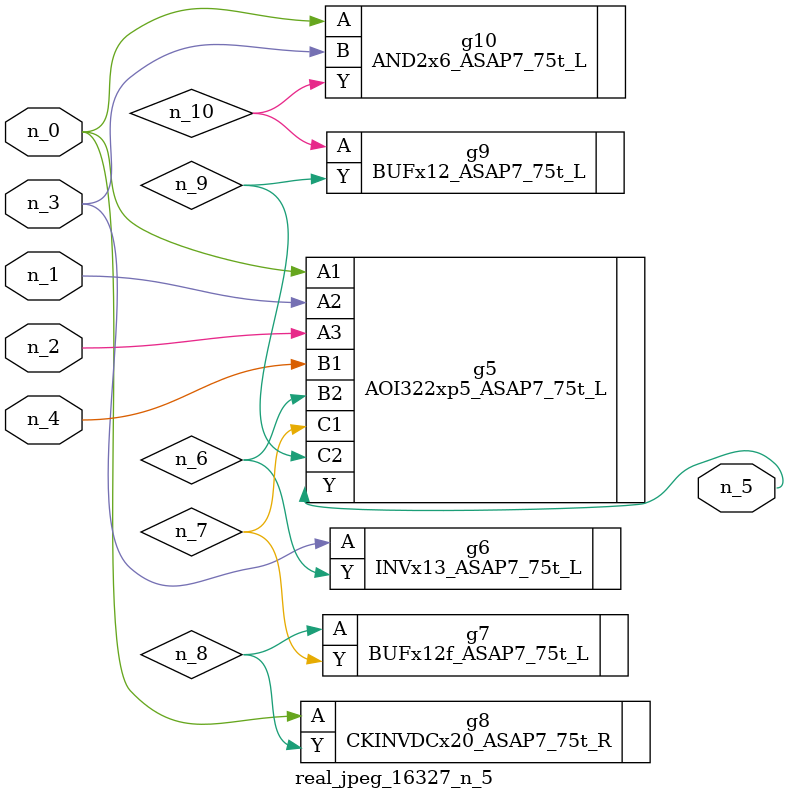
<source format=v>
module real_jpeg_16327_n_5 (n_4, n_0, n_1, n_2, n_3, n_5);

input n_4;
input n_0;
input n_1;
input n_2;
input n_3;

output n_5;

wire n_8;
wire n_6;
wire n_7;
wire n_10;
wire n_9;

AOI322xp5_ASAP7_75t_L g5 ( 
.A1(n_0),
.A2(n_1),
.A3(n_2),
.B1(n_4),
.B2(n_6),
.C1(n_7),
.C2(n_9),
.Y(n_5)
);

CKINVDCx20_ASAP7_75t_R g8 ( 
.A(n_0),
.Y(n_8)
);

AND2x6_ASAP7_75t_L g10 ( 
.A(n_0),
.B(n_3),
.Y(n_10)
);

INVx13_ASAP7_75t_L g6 ( 
.A(n_3),
.Y(n_6)
);

BUFx12f_ASAP7_75t_L g7 ( 
.A(n_8),
.Y(n_7)
);

BUFx12_ASAP7_75t_L g9 ( 
.A(n_10),
.Y(n_9)
);


endmodule
</source>
